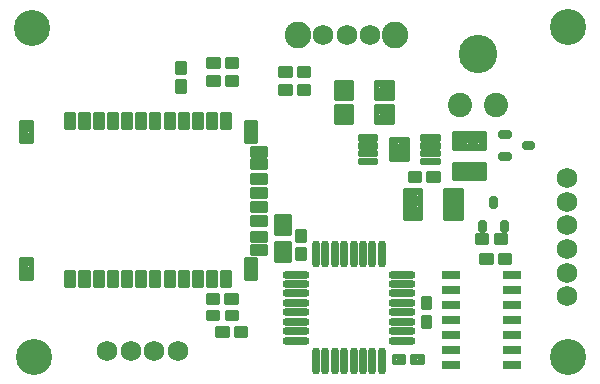
<source format=gts>
*
*
G04 PADS 9.3.1 Build Number: 456998 generated Gerber (RS-274-X) file*
G04 PC Version=2.1*
*
%IN "air_ssi_rev2_1.pcb"*%
*
%MOIN*%
*
%FSLAX35Y35*%
*
*
*
*
G04 PC Standard Apertures*
*
*
G04 Thermal Relief Aperture macro.*
%AMTER*
1,1,$1,0,0*
1,0,$1-$2,0,0*
21,0,$3,$4,0,0,45*
21,0,$3,$4,0,0,135*
%
*
*
G04 Annular Aperture macro.*
%AMANN*
1,1,$1,0,0*
1,0,$2,0,0*
%
*
*
G04 Odd Aperture macro.*
%AMODD*
1,1,$1,0,0*
1,0,$1-0.005,0,0*
%
*
*
G04 PC Custom Aperture Macros*
*
*
*
*
*
*
G04 PC Aperture Table*
*
%ADD010C,0.001*%
%ADD024C,0.016*%
%ADD025C,0.02*%
%ADD032C,0.014*%
%ADD033C,0.06906*%
%ADD034C,0.08874*%
%ADD035C,0.08087*%
%ADD036C,0.12811*%
%ADD037C,0.018*%
%ADD038C,0.01787*%
%ADD039C,0.12024*%
%ADD040O,0.09071X0.02969*%
%ADD041O,0.02969X0.09071*%
%ADD042C,0.01827*%
%ADD043R,0.06315X0.03165*%
*
*
*
*
G04 PC Circuitry*
G04 Layer Name air_ssi_rev2_1.pcb - circuitry*
%LPD*%
*
*
G04 PC Custom Flashes*
G04 Layer Name air_ssi_rev2_1.pcb - flashes*
%LPD*%
*
*
G04 PC Circuitry*
G04 Layer Name air_ssi_rev2_1.pcb - circuitry*
%LPD*%
*
G54D10*
G54D24*
G01X190800Y147800D02*
X195200D01*
Y142400*
X190800*
Y147800*
Y143200D02*
X195200D01*
X190800Y144800D02*
X195200D01*
X190800Y146400D02*
X195200D01*
X191200Y142400D02*
Y147800D01*
X192800Y142400D02*
Y147800D01*
X194400Y142400D02*
Y147800D01*
X190800Y156800D02*
X195200D01*
Y151400*
X190800*
Y156800*
Y152800D02*
X195200D01*
X190800Y154400D02*
X195200D01*
X190800Y156000D02*
X195200D01*
X191200Y151400D02*
Y156800D01*
X192800Y151400D02*
Y156800D01*
X194400Y151400D02*
Y156800D01*
G54D25*
X265750Y183740D02*
Y184740D01*
X268250*
Y183740*
X265750*
Y184000D02*
X268250D01*
X266000Y183740D02*
Y184740D01*
X268000Y183740D02*
Y184740D01*
X265750Y176260D02*
Y177260D01*
X268250*
Y176260*
X265750*
X266000D02*
Y177260D01*
X268000Y176260D02*
Y177260D01*
X273624Y180000D02*
Y181000D01*
X276124*
Y180000*
X273624*
X276124*
X274000D02*
Y181000D01*
X276000Y180000D02*
Y181000D01*
X259960Y152250D02*
X258960D01*
Y154750*
X259960*
Y152250*
X258960Y154000D02*
X259960D01*
X267440Y152250D02*
X266440D01*
Y154750*
X267440*
Y152250*
X266440Y154000D02*
X267440D01*
X263700Y160124D02*
X262700D01*
Y162624*
X263700*
Y160124*
X262700Y162000D02*
X263700D01*
G54D32*
X197700Y145900D02*
X200300D01*
Y142500*
X197700*
Y145900*
Y143400D02*
X200300D01*
X197700Y144800D02*
X200300D01*
X198000Y142500D02*
Y145900D01*
X199400Y142500D02*
Y145900D01*
X197700Y152100D02*
X200300D01*
Y148700*
X197700*
Y152100*
Y149000D02*
X200300D01*
X197700Y150400D02*
X200300D01*
X197700Y151800D02*
X200300D01*
X198000Y148700D02*
Y152100D01*
X199400Y148700D02*
Y152100D01*
X236200Y107800D02*
Y110400D01*
X239600*
Y107800*
X236200*
Y108400D02*
X239600D01*
X236200Y109800D02*
X239600D01*
X237200Y107800D02*
Y110400D01*
X238600Y107800D02*
Y110400D01*
X230000Y107800D02*
Y110400D01*
X233400*
Y107800*
X230000*
Y108400D02*
X233400D01*
X230000Y109800D02*
X233400D01*
X230200Y107800D02*
Y110400D01*
X231600Y107800D02*
Y110400D01*
X233000Y107800D02*
Y110400D01*
X171400Y130500D02*
Y127900D01*
X168000*
Y130500*
X171400*
X168000Y128000D02*
X171400D01*
X168000Y129400D02*
X171400D01*
X168600Y127900D02*
Y130500D01*
X170000Y127900D02*
Y130500D01*
X171400Y127900D02*
Y130500D01*
X177600D02*
Y127900D01*
X174200*
Y130500*
X177600*
X174200Y128000D02*
X177600D01*
X174200Y129400D02*
X177600D01*
X174200Y127900D02*
Y130500D01*
X175600Y127900D02*
Y130500D01*
X177000Y127900D02*
Y130500D01*
X171500Y125100D02*
Y122500D01*
X168100*
Y125100*
X171500*
X168100Y123800D02*
X171500D01*
X168600Y122500D02*
Y125100D01*
X170000Y122500D02*
Y125100D01*
X171400Y122500D02*
Y125100D01*
X177700D02*
Y122500D01*
X174300*
Y125100*
X177700*
X174300Y123800D02*
X177700D01*
X175600Y122500D02*
Y125100D01*
X177000Y122500D02*
Y125100D01*
X242200Y126200D02*
X239600D01*
Y129600*
X242200*
Y126200*
X239600Y126600D02*
X242200D01*
X239600Y128000D02*
X242200D01*
X239600Y129400D02*
X242200D01*
X240000Y126200D02*
Y129600D01*
X241400Y126200D02*
Y129600D01*
X242200Y120000D02*
X239600D01*
Y123400*
X242200*
Y120000*
X239600Y121000D02*
X242200D01*
X239600Y122400D02*
X242200D01*
X240000Y120000D02*
Y123400D01*
X241400Y120000D02*
Y123400D01*
X198400Y203700D02*
Y206300D01*
X201800*
Y203700*
X198400*
Y205000D02*
X201800D01*
X199400Y203700D02*
Y206300D01*
X200800Y203700D02*
Y206300D01*
X192200Y203700D02*
Y206300D01*
X195600*
Y203700*
X192200*
Y205000D02*
X195600D01*
X192400Y203700D02*
Y206300D01*
X193800Y203700D02*
Y206300D01*
X195200Y203700D02*
Y206300D01*
X241500Y168700D02*
Y171300D01*
X244900*
Y168700*
X241500*
Y170000D02*
X244900D01*
X242800Y168700D02*
Y171300D01*
X244200Y168700D02*
Y171300D01*
X235300Y168700D02*
Y171300D01*
X238700*
Y168700*
X235300*
Y170000D02*
X238700D01*
X235800Y168700D02*
Y171300D01*
X237200Y168700D02*
Y171300D01*
X238600Y168700D02*
Y171300D01*
X262600Y144000D02*
Y141400D01*
X259200*
Y144000*
X262600*
X259200Y142000D02*
X262600D01*
X259200Y143400D02*
X262600D01*
X259600Y141400D02*
Y144000D01*
X261000Y141400D02*
Y144000D01*
X262400Y141400D02*
Y144000D01*
X268800D02*
Y141400D01*
X265400*
Y144000*
X268800*
X265400Y142000D02*
X268800D01*
X265400Y143400D02*
X268800D01*
X266600Y141400D02*
Y144000D01*
X268000Y141400D02*
Y144000D01*
X195600Y200300D02*
Y197700D01*
X192200*
Y200300*
X195600*
X192200Y198000D02*
X195600D01*
X192200Y199400D02*
X195600D01*
X192400Y197700D02*
Y200300D01*
X193800Y197700D02*
Y200300D01*
X195200Y197700D02*
Y200300D01*
X201800D02*
Y197700D01*
X198400*
Y200300*
X201800*
X198400Y198000D02*
X201800D01*
X198400Y199400D02*
X201800D01*
X199400Y197700D02*
Y200300D01*
X200800Y197700D02*
Y200300D01*
X261200Y150500D02*
Y147900D01*
X257800*
Y150500*
X261200*
X257800Y149000D02*
X261200D01*
X257800Y150400D02*
X261200D01*
X258200Y147900D02*
Y150500D01*
X259600Y147900D02*
Y150500D01*
X261000Y147900D02*
Y150500D01*
X267400D02*
Y147900D01*
X264000*
Y150500*
X267400*
X264000Y149000D02*
X267400D01*
X264000Y150400D02*
X267400D01*
X265200Y147900D02*
Y150500D01*
X266600Y147900D02*
Y150500D01*
X177800Y203300D02*
Y200700D01*
X174400*
Y203300*
X177800*
X174400Y200800D02*
X177800D01*
X174400Y202200D02*
X177800D01*
X175600Y200700D02*
Y203300D01*
X177000Y200700D02*
Y203300D01*
X171600D02*
Y200700D01*
X168200*
Y203300*
X171600*
X168200Y200800D02*
X171600D01*
X168200Y202200D02*
X171600D01*
X168600Y200700D02*
Y203300D01*
X170000Y200700D02*
Y203300D01*
X171400Y200700D02*
Y203300D01*
X171600Y209300D02*
Y206700D01*
X168200*
Y209300*
X171600*
X168200Y207800D02*
X171600D01*
X168200Y209200D02*
X171600D01*
X168600Y206700D02*
Y209300D01*
X170000Y206700D02*
Y209300D01*
X171400Y206700D02*
Y209300D01*
X177800D02*
Y206700D01*
X174400*
Y209300*
X177800*
X174400Y207800D02*
X177800D01*
X174400Y209200D02*
X177800D01*
X175600Y206700D02*
Y209300D01*
X177000Y206700D02*
Y209300D01*
X177400Y117100D02*
Y119700D01*
X180800*
Y117100*
X177400*
Y118200D02*
X180800D01*
X177400Y119600D02*
X180800D01*
X178400Y117100D02*
Y119700D01*
X179800Y117100D02*
Y119700D01*
X171200Y117100D02*
Y119700D01*
X174600*
Y117100*
X171200*
Y118200D02*
X174600D01*
X171200Y119600D02*
X174600D01*
X171400Y117100D02*
Y119700D01*
X172800Y117100D02*
Y119700D01*
X174200Y117100D02*
Y119700D01*
X157800Y201800D02*
X160400D01*
Y198400*
X157800*
Y201800*
Y199400D02*
X160400D01*
X157800Y200800D02*
X160400D01*
X158800Y198400D02*
Y201800D01*
X160200Y198400D02*
Y201800D01*
X157800Y208000D02*
X160400D01*
Y204600*
X157800*
Y208000*
Y205000D02*
X160400D01*
X157800Y206400D02*
X160400D01*
X157800Y207800D02*
X160400D01*
X158800Y204600D02*
Y208000D01*
X160200Y204600D02*
Y208000D01*
G54D33*
X222100Y217200D03*
X214226D03*
X206352D03*
X158000Y112000D03*
X150126D03*
X142252D03*
X134378D03*
X287700Y169570D03*
Y161696D03*
Y153822D03*
Y145948D03*
Y138074D03*
Y130200D03*
G54D34*
X198084Y217200D03*
X230368D03*
G54D35*
X252094Y193992D03*
X263906D03*
G54D36*
X258000Y211000D03*
G54D37*
X252350Y156400D02*
X247150D01*
Y165600*
X252350*
Y156400*
X247150Y157600D02*
X252350D01*
X247150Y159400D02*
X252350D01*
X247150Y161200D02*
X252350D01*
X247150Y163000D02*
X252350D01*
X247150Y164800D02*
X252350D01*
X247600Y156400D02*
Y165600D01*
X249400Y156400D02*
Y165600D01*
X251200Y156400D02*
Y165600D01*
X238850Y156400D02*
X233650D01*
Y165600*
X238850*
Y156400*
X233650Y157600D02*
X238850D01*
X233650Y159400D02*
X238850D01*
X233650Y161200D02*
X238850D01*
X233650Y163000D02*
X238850D01*
X233650Y164800D02*
X238850D01*
X235000Y156400D02*
Y165600D01*
X236800Y156400D02*
Y165600D01*
X238600Y156400D02*
Y165600D01*
X210650Y188400D02*
Y193600D01*
X215850*
Y188400*
X210650*
Y190000D02*
X215850D01*
X210650Y191800D02*
X215850D01*
X210650Y193600D02*
X215850D01*
X211600Y188400D02*
Y193600D01*
X213400Y188400D02*
Y193600D01*
X215200Y188400D02*
Y193600D01*
X224150Y188400D02*
Y193600D01*
X229350*
Y188400*
X224150*
Y190000D02*
X229350D01*
X224150Y191800D02*
X229350D01*
X224150Y193600D02*
X229350D01*
X224200Y188400D02*
Y193600D01*
X226000Y188400D02*
Y193600D01*
X227800Y188400D02*
Y193600D01*
X210650Y196400D02*
Y201600D01*
X215850*
Y196400*
X210650*
Y197200D02*
X215850D01*
X210650Y199000D02*
X215850D01*
X210650Y200800D02*
X215850D01*
X211600Y196400D02*
Y201600D01*
X213400Y196400D02*
Y201600D01*
X215200Y196400D02*
Y201600D01*
X224150Y196400D02*
Y201600D01*
X229350*
Y196400*
X224150*
Y197200D02*
X229350D01*
X224150Y199000D02*
X229350D01*
X224150Y200800D02*
X229350D01*
X224200Y196400D02*
Y201600D01*
X226000Y196400D02*
Y201600D01*
X227800Y196400D02*
Y201600D01*
G54D38*
X234357Y175939D02*
X229043D01*
Y182435*
X234357*
Y175939*
X229043Y176858D02*
X234357D01*
X229043Y178646D02*
X234357D01*
X229043Y180433D02*
X234357D01*
X229043Y182220D02*
X234357D01*
X230480Y175939D02*
Y182435D01*
X232268Y175939D02*
Y182435D01*
X234055Y175939D02*
Y182435D01*
X123181Y133835D02*
X120819D01*
Y138165*
X123181*
Y133835*
X120819Y133961D02*
X123181D01*
X120819Y135748D02*
X123181D01*
X120819Y137535D02*
X123181D01*
X121449Y133835D02*
Y138165D01*
X127906Y133835D02*
X125543D01*
Y138165*
X127906*
Y133835*
X125543Y133961D02*
X127906D01*
X125543Y135748D02*
X127906D01*
X125543Y137535D02*
X127906D01*
X126811Y133835D02*
Y138165D01*
X132630Y133835D02*
X130268D01*
Y138165*
X132630*
Y133835*
X130268Y133961D02*
X132630D01*
X130268Y135748D02*
X132630D01*
X130268Y137535D02*
X132630D01*
X130386Y133835D02*
Y138165D01*
X132173Y133835D02*
Y138165D01*
X137354Y133835D02*
X134992D01*
Y138165*
X137354*
Y133835*
X134992Y133961D02*
X137354D01*
X134992Y135748D02*
X137354D01*
X134992Y137535D02*
X137354D01*
X135748Y133835D02*
Y138165D01*
X142079Y133835D02*
X139717D01*
Y138165*
X142079*
Y133835*
X139717Y133961D02*
X142079D01*
X139717Y135748D02*
X142079D01*
X139717Y137535D02*
X142079D01*
X141110Y133835D02*
Y138165D01*
X146803Y133835D02*
X144441D01*
Y138165*
X146803*
Y133835*
X144441Y133961D02*
X146803D01*
X144441Y135748D02*
X146803D01*
X144441Y137535D02*
X146803D01*
X144685Y133835D02*
Y138165D01*
X146472Y133835D02*
Y138165D01*
X151528Y133835D02*
X149165D01*
Y138165*
X151528*
Y133835*
X149165Y133961D02*
X151528D01*
X149165Y135748D02*
X151528D01*
X149165Y137535D02*
X151528D01*
X150047Y133835D02*
Y138165D01*
X156252Y133835D02*
X153890D01*
Y138165*
X156252*
Y133835*
X153890Y133961D02*
X156252D01*
X153890Y135748D02*
X156252D01*
X153890Y137535D02*
X156252D01*
X155409Y133835D02*
Y138165D01*
X160976Y133835D02*
X158614D01*
Y138165*
X160976*
Y133835*
X158614Y133961D02*
X160976D01*
X158614Y135748D02*
X160976D01*
X158614Y137535D02*
X160976D01*
X158984Y133835D02*
Y138165D01*
X160772Y133835D02*
Y138165D01*
X165701Y133835D02*
X163339D01*
Y138165*
X165701*
Y133835*
X163339Y133961D02*
X165701D01*
X163339Y135748D02*
X165701D01*
X163339Y137535D02*
X165701D01*
X164346Y133835D02*
Y138165D01*
X170425Y133835D02*
X168063D01*
Y138165*
X170425*
Y133835*
X168063Y133961D02*
X170425D01*
X168063Y135748D02*
X170425D01*
X168063Y137535D02*
X170425D01*
X169709Y133835D02*
Y138165D01*
X175150Y133835D02*
X172787D01*
Y138165*
X175150*
Y133835*
X172787Y133961D02*
X175150D01*
X172787Y135748D02*
X175150D01*
X172787Y137535D02*
X175150D01*
X173283Y133835D02*
Y138165D01*
X175071Y133835D02*
Y138165D01*
X175150Y186591D02*
X172787D01*
Y190921*
X175150*
Y186591*
X172787Y187583D02*
X175150D01*
X172787Y189370D02*
X175150D01*
X173283Y186591D02*
Y190921D01*
X175071Y186591D02*
Y190921D01*
X170425Y186591D02*
X168063D01*
Y190921*
X170425*
Y186591*
X168063Y187583D02*
X170425D01*
X168063Y189370D02*
X170425D01*
X169709Y186591D02*
Y190921D01*
X165701Y186591D02*
X163339D01*
Y190921*
X165701*
Y186591*
X163339Y187583D02*
X165701D01*
X163339Y189370D02*
X165701D01*
X164346Y186591D02*
Y190921D01*
X160976Y186591D02*
X158614D01*
Y190921*
X160976*
Y186591*
X158614Y187583D02*
X160976D01*
X158614Y189370D02*
X160976D01*
X158984Y186591D02*
Y190921D01*
X160772Y186591D02*
Y190921D01*
X156252Y186591D02*
X153890D01*
Y190921*
X156252*
Y186591*
X153890Y187583D02*
X156252D01*
X153890Y189370D02*
X156252D01*
X155409Y186591D02*
Y190921D01*
X151528Y186591D02*
X149165D01*
Y190921*
X151528*
Y186591*
X149165Y187583D02*
X151528D01*
X149165Y189370D02*
X151528D01*
X150047Y186591D02*
Y190921D01*
X146803Y186591D02*
X144441D01*
Y190921*
X146803*
Y186591*
X144441Y187583D02*
X146803D01*
X144441Y189370D02*
X146803D01*
X144685Y186591D02*
Y190921D01*
X146472Y186591D02*
Y190921D01*
X142079Y186591D02*
X139717D01*
Y190921*
X142079*
Y186591*
X139717Y187583D02*
X142079D01*
X139717Y189370D02*
X142079D01*
X141110Y186591D02*
Y190921D01*
X137354Y186591D02*
X134992D01*
Y190921*
X137354*
Y186591*
X134992Y187583D02*
X137354D01*
X134992Y189370D02*
X137354D01*
X135748Y186591D02*
Y190921D01*
X132630Y186591D02*
X130268D01*
Y190921*
X132630*
Y186591*
X130268Y187583D02*
X132630D01*
X130268Y189370D02*
X132630D01*
X130386Y186591D02*
Y190921D01*
X132173Y186591D02*
Y190921D01*
X127906Y186591D02*
X125543D01*
Y190921*
X127906*
Y186591*
X125543Y187583D02*
X127906D01*
X125543Y189370D02*
X127906D01*
X126811Y186591D02*
Y190921D01*
X123181Y186591D02*
X120819D01*
Y190921*
X123181*
Y186591*
X120819Y187583D02*
X123181D01*
X120819Y189370D02*
X123181D01*
X121449Y186591D02*
Y190921D01*
X187157Y147024D02*
Y144661D01*
X182827*
Y147024*
X187157*
X182827Y144685D02*
X187157D01*
X182827Y146472D02*
X187157D01*
X184008Y144661D02*
Y147024D01*
X185795Y144661D02*
Y147024D01*
X187157Y151354D02*
Y148992D01*
X182827*
Y151354*
X187157*
X182827Y150047D02*
X187157D01*
X184008Y148992D02*
Y151354D01*
X185795Y148992D02*
Y151354D01*
X187157Y156472D02*
Y154110D01*
X182827*
Y156472*
X187157*
X182827Y155409D02*
X187157D01*
X184008Y154110D02*
Y156472D01*
X185795Y154110D02*
Y156472D01*
X187157Y161197D02*
Y158835D01*
X182827*
Y161197*
X187157*
X182827Y158984D02*
X187157D01*
X182827Y160772D02*
X187157D01*
X184008Y158835D02*
Y161197D01*
X185795Y158835D02*
Y161197D01*
X187157Y165921D02*
Y163559D01*
X182827*
Y165921*
X187157*
X182827Y164346D02*
X187157D01*
X184008Y163559D02*
Y165921D01*
X185795Y163559D02*
Y165921D01*
X187157Y170646D02*
Y168283D01*
X182827*
Y170646*
X187157*
X182827Y169709D02*
X187157D01*
X184008Y168283D02*
Y170646D01*
X185795Y168283D02*
Y170646D01*
X187157Y175764D02*
Y173402D01*
X182827*
Y175764*
X187157*
X182827Y175071D02*
X187157D01*
X184008Y173402D02*
Y175764D01*
X185795Y173402D02*
Y175764D01*
X187157Y179701D02*
Y177339D01*
X182827*
Y179701*
X187157*
X182827Y178646D02*
X187157D01*
X184008Y177339D02*
Y179701D01*
X185795Y177339D02*
Y179701D01*
X183811Y136394D02*
X180661D01*
Y142693*
X183811*
Y136394*
X180661Y137535D02*
X183811D01*
X180661Y139323D02*
X183811D01*
X180661Y141110D02*
X183811D01*
X182220Y136394D02*
Y142693D01*
X109008Y182063D02*
X105858D01*
Y188362*
X109008*
Y182063*
X105858Y182220D02*
X109008D01*
X105858Y184008D02*
X109008D01*
X105858Y185795D02*
X109008D01*
X105858Y187583D02*
X109008D01*
X107150Y182063D02*
Y188362D01*
X108937Y182063D02*
Y188362D01*
X183811Y182063D02*
X180661D01*
Y188362*
X183811*
Y182063*
X180661Y182220D02*
X183811D01*
X180661Y184008D02*
X183811D01*
X180661Y185795D02*
X183811D01*
X180661Y187583D02*
X183811D01*
X182220Y182063D02*
Y188362D01*
X109008Y136394D02*
X105858D01*
Y142693*
X109008*
Y136394*
X105858Y137535D02*
X109008D01*
X105858Y139323D02*
X109008D01*
X105858Y141110D02*
X109008D01*
X107150Y136394D02*
Y142693D01*
X108937Y136394D02*
Y142693D01*
G54D39*
X109500Y219600D03*
X288000Y220000D03*
X110000Y110000D03*
X288000D03*
G54D40*
X232717Y115376D03*
Y118526D03*
Y121676D03*
Y124825D03*
Y127975D03*
Y131124D03*
Y134274D03*
Y137424D03*
X197283D03*
Y134274D03*
Y131124D03*
Y127975D03*
Y124825D03*
Y121676D03*
Y118526D03*
Y115376D03*
G54D41*
X226024Y144117D03*
X222874D03*
X219724D03*
X216575D03*
X213425D03*
X210276D03*
X207126D03*
X203976D03*
Y108683D03*
X207126D03*
X210276D03*
X213425D03*
X216575D03*
X219724D03*
X222874D03*
X226024D03*
G54D42*
X250079Y179756D02*
Y184480D01*
X259921*
Y179756*
X250079*
Y180378D02*
X259921D01*
X250079Y182205D02*
X259921D01*
X250079Y184031D02*
X259921D01*
X251622Y179756D02*
Y184480D01*
X253449Y179756D02*
Y184480D01*
X255276Y179756D02*
Y184480D01*
X257102Y179756D02*
Y184480D01*
X258929Y179756D02*
Y184480D01*
X250079Y169520D02*
Y174244D01*
X259921*
Y169520*
X250079*
Y171244D02*
X259921D01*
X250079Y173071D02*
X259921D01*
X251622Y169520D02*
Y174244D01*
X253449Y169520D02*
Y174244D01*
X255276Y169520D02*
Y174244D01*
X257102Y169520D02*
Y174244D01*
X258929Y169520D02*
Y174244D01*
X218747Y182613D02*
Y183439D01*
X223865*
Y182613*
X218747*
X220567D02*
Y183439D01*
X222394Y182613D02*
Y183439D01*
X218747Y180054D02*
Y180880D01*
X223865*
Y180054*
X218747*
Y180378D02*
X223865D01*
X220567Y180054D02*
Y180880D01*
X222394Y180054D02*
Y180880D01*
X218747Y177494D02*
Y178321D01*
X223865*
Y177494*
X218747*
X220567D02*
Y178321D01*
X222394Y177494D02*
Y178321D01*
X218747Y174935D02*
Y175762D01*
X223865*
Y174935*
X218747*
X220567D02*
Y175762D01*
X222394Y174935D02*
Y175762D01*
X239535Y174935D02*
Y175762D01*
X244653*
Y174935*
X239535*
X240661D02*
Y175762D01*
X242488Y174935D02*
Y175762D01*
X244315Y174935D02*
Y175762D01*
X239535Y177494D02*
Y178321D01*
X244653*
Y177494*
X239535*
X240661D02*
Y178321D01*
X242488Y177494D02*
Y178321D01*
X244315Y177494D02*
Y178321D01*
X239535Y180054D02*
Y180880D01*
X244653*
Y180054*
X239535*
Y180378D02*
X244653D01*
X240661Y180054D02*
Y180880D01*
X242488Y180054D02*
Y180880D01*
X244315Y180054D02*
Y180880D01*
X239535Y182613D02*
Y183439D01*
X244653*
Y182613*
X239535*
X240661D02*
Y183439D01*
X242488Y182613D02*
Y183439D01*
X244315Y182613D02*
Y183439D01*
G54D43*
X248964Y137200D03*
Y132200D03*
Y127200D03*
Y122200D03*
Y117200D03*
Y112200D03*
Y107200D03*
X269436D03*
Y112200D03*
Y117200D03*
Y122200D03*
Y127200D03*
Y132200D03*
Y137200D03*
X0Y0D02*
M02*

</source>
